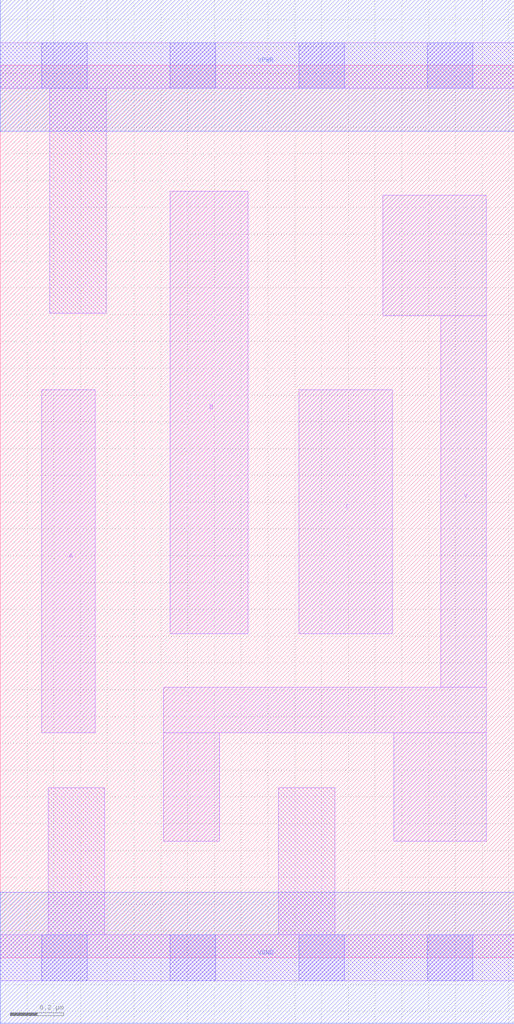
<source format=lef>
# Copyright 2020 The SkyWater PDK Authors
#
# Licensed under the Apache License, Version 2.0 (the "License");
# you may not use this file except in compliance with the License.
# You may obtain a copy of the License at
#
#     https://www.apache.org/licenses/LICENSE-2.0
#
# Unless required by applicable law or agreed to in writing, software
# distributed under the License is distributed on an "AS IS" BASIS,
# WITHOUT WARRANTIES OR CONDITIONS OF ANY KIND, either express or implied.
# See the License for the specific language governing permissions and
# limitations under the License.
#
# SPDX-License-Identifier: Apache-2.0

VERSION 5.7 ;
  NAMESCASESENSITIVE ON ;
  NOWIREEXTENSIONATPIN ON ;
  DIVIDERCHAR "/" ;
  BUSBITCHARS "[]" ;
UNITS
  DATABASE MICRONS 200 ;
END UNITS
MACRO sky130_fd_sc_lp__nor3_m
  CLASS CORE ;
  FOREIGN sky130_fd_sc_lp__nor3_m ;
  ORIGIN  0.000000  0.000000 ;
  SIZE  1.920000 BY  3.330000 ;
  SYMMETRY X Y R90 ;
  SITE unit ;
  PIN A
    ANTENNAGATEAREA  0.126000 ;
    DIRECTION INPUT ;
    USE SIGNAL ;
    PORT
      LAYER li1 ;
        RECT 0.155000 0.840000 0.355000 2.120000 ;
    END
  END A
  PIN B
    ANTENNAGATEAREA  0.126000 ;
    DIRECTION INPUT ;
    USE SIGNAL ;
    PORT
      LAYER li1 ;
        RECT 0.635000 1.210000 0.925000 2.860000 ;
    END
  END B
  PIN C
    ANTENNAGATEAREA  0.126000 ;
    DIRECTION INPUT ;
    USE SIGNAL ;
    PORT
      LAYER li1 ;
        RECT 1.115000 1.210000 1.465000 2.120000 ;
    END
  END C
  PIN Y
    ANTENNADIFFAREA  0.340200 ;
    DIRECTION OUTPUT ;
    USE SIGNAL ;
    PORT
      LAYER li1 ;
        RECT 0.610000 0.435000 0.820000 0.840000 ;
        RECT 0.610000 0.840000 1.815000 1.010000 ;
        RECT 1.430000 2.395000 1.815000 2.845000 ;
        RECT 1.470000 0.435000 1.815000 0.840000 ;
        RECT 1.645000 1.010000 1.815000 2.395000 ;
    END
  END Y
  PIN VGND
    DIRECTION INOUT ;
    USE GROUND ;
    PORT
      LAYER met1 ;
        RECT 0.000000 -0.245000 1.920000 0.245000 ;
    END
  END VGND
  PIN VPWR
    DIRECTION INOUT ;
    USE POWER ;
    PORT
      LAYER met1 ;
        RECT 0.000000 3.085000 1.920000 3.575000 ;
    END
  END VPWR
  OBS
    LAYER li1 ;
      RECT 0.000000 -0.085000 1.920000 0.085000 ;
      RECT 0.000000  3.245000 1.920000 3.415000 ;
      RECT 0.180000  0.085000 0.390000 0.635000 ;
      RECT 0.185000  2.405000 0.395000 3.245000 ;
      RECT 1.040000  0.085000 1.250000 0.635000 ;
    LAYER mcon ;
      RECT 0.155000 -0.085000 0.325000 0.085000 ;
      RECT 0.155000  3.245000 0.325000 3.415000 ;
      RECT 0.635000 -0.085000 0.805000 0.085000 ;
      RECT 0.635000  3.245000 0.805000 3.415000 ;
      RECT 1.115000 -0.085000 1.285000 0.085000 ;
      RECT 1.115000  3.245000 1.285000 3.415000 ;
      RECT 1.595000 -0.085000 1.765000 0.085000 ;
      RECT 1.595000  3.245000 1.765000 3.415000 ;
  END
END sky130_fd_sc_lp__nor3_m
END LIBRARY

</source>
